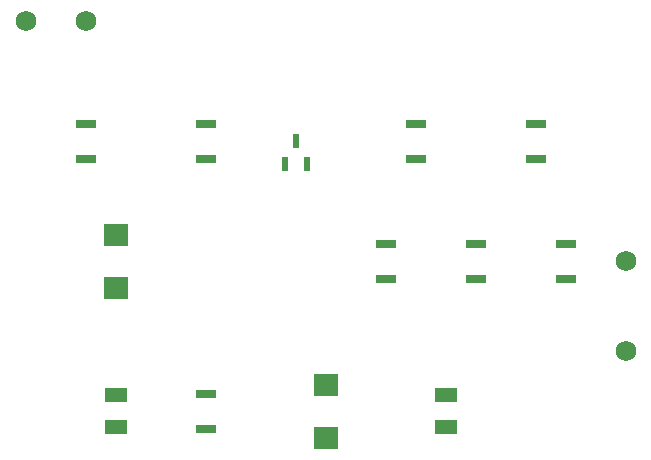
<source format=gbr>
%TF.GenerationSoftware,Altium Limited,Altium Designer,22.0.2 (36)*%
G04 Layer_Color=8388736*
%FSLAX26Y26*%
%MOIN*%
%TF.SameCoordinates,18AA30F0-C86B-41F5-80B4-D111BAE5B25F*%
%TF.FilePolarity,Negative*%
%TF.FileFunction,Soldermask,Top*%
%TF.Part,Single*%
G01*
G75*
%TA.AperFunction,SMDPad,CuDef*%
%ADD10R,0.068898X0.030000*%
%ADD11R,0.022000X0.050000*%
%ADD12R,0.080000X0.074000*%
%TA.AperFunction,ViaPad*%
%ADD17C,0.068000*%
%TA.AperFunction,SMDPad,CuDef*%
%ADD20R,0.074929X0.051307*%
D10*
X4700000Y2459000D02*
D03*
Y2341000D02*
D03*
X5100000Y2459000D02*
D03*
Y2341000D02*
D03*
X6200000Y2459000D02*
D03*
Y2341000D02*
D03*
X5800000Y2459000D02*
D03*
Y2341000D02*
D03*
X6300000Y2059000D02*
D03*
Y1941000D02*
D03*
X6000000Y2059000D02*
D03*
Y1941000D02*
D03*
X5700000Y2059000D02*
D03*
Y1941000D02*
D03*
X5100000Y1559000D02*
D03*
Y1441000D02*
D03*
D11*
X5400000Y2400000D02*
D03*
X5436024Y2324000D02*
D03*
X5363976D02*
D03*
D12*
X4800000Y1911000D02*
D03*
Y2089000D02*
D03*
X5500000Y1411000D02*
D03*
Y1589000D02*
D03*
D17*
X6500000Y2000000D02*
D03*
Y1700000D02*
D03*
X4500000Y2800000D02*
D03*
X4700000D02*
D03*
D20*
X4800000Y1553150D02*
D03*
Y1446850D02*
D03*
X5900000Y1553150D02*
D03*
Y1446850D02*
D03*
%TF.MD5,e1d1036f1a64d2dbbc19bc4c1886cd61*%
M02*

</source>
